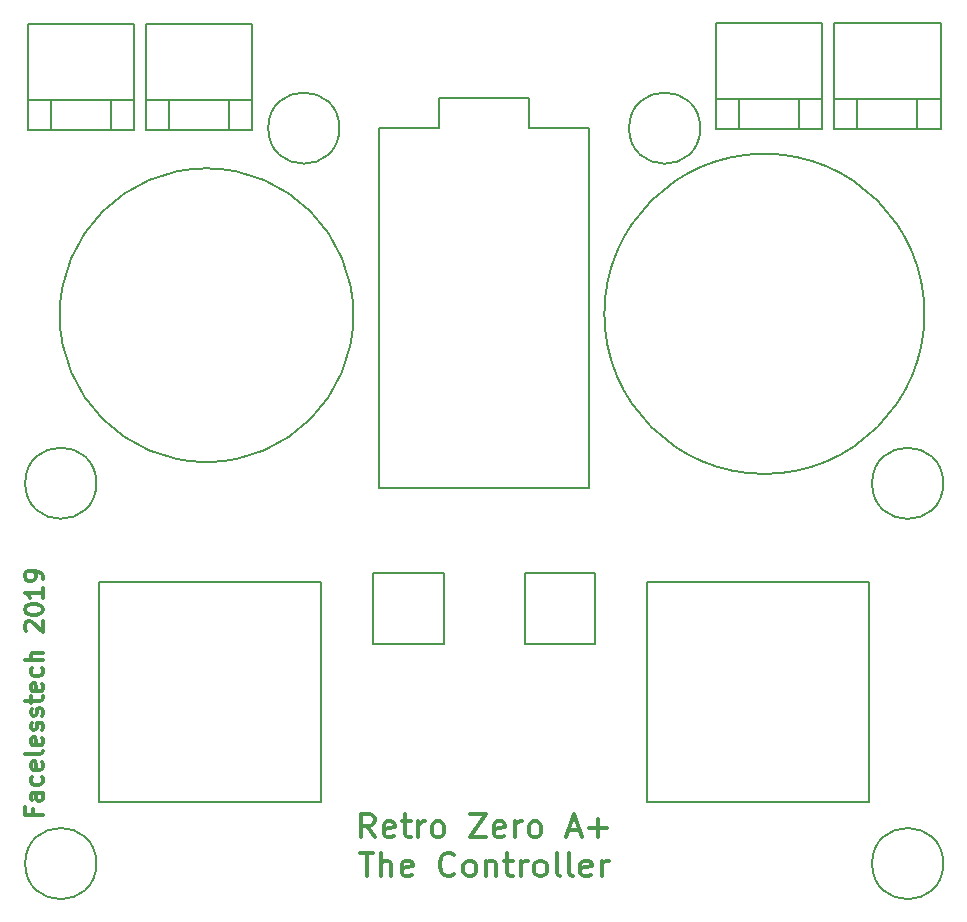
<source format=gbr>
G04 #@! TF.GenerationSoftware,KiCad,Pcbnew,5.0.2+dfsg1-1~bpo9+1*
G04 #@! TF.CreationDate,2019-08-16T14:47:34+01:00*
G04 #@! TF.ProjectId,retro_zero+a_controller,72657472-6f5f-47a6-9572-6f2b615f636f,rev?*
G04 #@! TF.SameCoordinates,Original*
G04 #@! TF.FileFunction,Legend,Top*
G04 #@! TF.FilePolarity,Positive*
%FSLAX46Y46*%
G04 Gerber Fmt 4.6, Leading zero omitted, Abs format (unit mm)*
G04 Created by KiCad (PCBNEW 5.0.2+dfsg1-1~bpo9+1) date Fri 16 Aug 2019 14:47:34 BST*
%MOMM*%
%LPD*%
G01*
G04 APERTURE LIST*
%ADD10C,0.300000*%
%ADD11C,0.200000*%
%ADD12C,0.150000*%
G04 APERTURE END LIST*
D10*
X122610290Y-122209061D02*
X123753147Y-122209061D01*
X123181719Y-124209061D02*
X123181719Y-122209061D01*
X124419814Y-124209061D02*
X124419814Y-122209061D01*
X125276957Y-124209061D02*
X125276957Y-123161442D01*
X125181719Y-122970966D01*
X124991242Y-122875728D01*
X124705528Y-122875728D01*
X124515052Y-122970966D01*
X124419814Y-123066204D01*
X126991242Y-124113823D02*
X126800766Y-124209061D01*
X126419814Y-124209061D01*
X126229338Y-124113823D01*
X126134100Y-123923347D01*
X126134100Y-123161442D01*
X126229338Y-122970966D01*
X126419814Y-122875728D01*
X126800766Y-122875728D01*
X126991242Y-122970966D01*
X127086480Y-123161442D01*
X127086480Y-123351919D01*
X126134100Y-123542395D01*
X130610290Y-124018585D02*
X130515052Y-124113823D01*
X130229338Y-124209061D01*
X130038861Y-124209061D01*
X129753147Y-124113823D01*
X129562671Y-123923347D01*
X129467433Y-123732871D01*
X129372195Y-123351919D01*
X129372195Y-123066204D01*
X129467433Y-122685252D01*
X129562671Y-122494776D01*
X129753147Y-122304300D01*
X130038861Y-122209061D01*
X130229338Y-122209061D01*
X130515052Y-122304300D01*
X130610290Y-122399538D01*
X131753147Y-124209061D02*
X131562671Y-124113823D01*
X131467433Y-124018585D01*
X131372195Y-123828109D01*
X131372195Y-123256680D01*
X131467433Y-123066204D01*
X131562671Y-122970966D01*
X131753147Y-122875728D01*
X132038861Y-122875728D01*
X132229338Y-122970966D01*
X132324576Y-123066204D01*
X132419814Y-123256680D01*
X132419814Y-123828109D01*
X132324576Y-124018585D01*
X132229338Y-124113823D01*
X132038861Y-124209061D01*
X131753147Y-124209061D01*
X133276957Y-122875728D02*
X133276957Y-124209061D01*
X133276957Y-123066204D02*
X133372195Y-122970966D01*
X133562671Y-122875728D01*
X133848385Y-122875728D01*
X134038861Y-122970966D01*
X134134100Y-123161442D01*
X134134100Y-124209061D01*
X134800766Y-122875728D02*
X135562671Y-122875728D01*
X135086480Y-122209061D02*
X135086480Y-123923347D01*
X135181719Y-124113823D01*
X135372195Y-124209061D01*
X135562671Y-124209061D01*
X136229338Y-124209061D02*
X136229338Y-122875728D01*
X136229338Y-123256680D02*
X136324576Y-123066204D01*
X136419814Y-122970966D01*
X136610290Y-122875728D01*
X136800766Y-122875728D01*
X137753147Y-124209061D02*
X137562671Y-124113823D01*
X137467433Y-124018585D01*
X137372195Y-123828109D01*
X137372195Y-123256680D01*
X137467433Y-123066204D01*
X137562671Y-122970966D01*
X137753147Y-122875728D01*
X138038861Y-122875728D01*
X138229338Y-122970966D01*
X138324576Y-123066204D01*
X138419814Y-123256680D01*
X138419814Y-123828109D01*
X138324576Y-124018585D01*
X138229338Y-124113823D01*
X138038861Y-124209061D01*
X137753147Y-124209061D01*
X139562671Y-124209061D02*
X139372195Y-124113823D01*
X139276957Y-123923347D01*
X139276957Y-122209061D01*
X140610290Y-124209061D02*
X140419814Y-124113823D01*
X140324576Y-123923347D01*
X140324576Y-122209061D01*
X142134100Y-124113823D02*
X141943623Y-124209061D01*
X141562671Y-124209061D01*
X141372195Y-124113823D01*
X141276957Y-123923347D01*
X141276957Y-123161442D01*
X141372195Y-122970966D01*
X141562671Y-122875728D01*
X141943623Y-122875728D01*
X142134100Y-122970966D01*
X142229338Y-123161442D01*
X142229338Y-123351919D01*
X141276957Y-123542395D01*
X143086480Y-124209061D02*
X143086480Y-122875728D01*
X143086480Y-123256680D02*
X143181719Y-123066204D01*
X143276957Y-122970966D01*
X143467433Y-122875728D01*
X143657909Y-122875728D01*
X123848385Y-120894361D02*
X123181719Y-119941980D01*
X122705528Y-120894361D02*
X122705528Y-118894361D01*
X123467433Y-118894361D01*
X123657909Y-118989600D01*
X123753147Y-119084838D01*
X123848385Y-119275314D01*
X123848385Y-119561028D01*
X123753147Y-119751504D01*
X123657909Y-119846742D01*
X123467433Y-119941980D01*
X122705528Y-119941980D01*
X125467433Y-120799123D02*
X125276957Y-120894361D01*
X124896004Y-120894361D01*
X124705528Y-120799123D01*
X124610290Y-120608647D01*
X124610290Y-119846742D01*
X124705528Y-119656266D01*
X124896004Y-119561028D01*
X125276957Y-119561028D01*
X125467433Y-119656266D01*
X125562671Y-119846742D01*
X125562671Y-120037219D01*
X124610290Y-120227695D01*
X126134100Y-119561028D02*
X126896004Y-119561028D01*
X126419814Y-118894361D02*
X126419814Y-120608647D01*
X126515052Y-120799123D01*
X126705528Y-120894361D01*
X126896004Y-120894361D01*
X127562671Y-120894361D02*
X127562671Y-119561028D01*
X127562671Y-119941980D02*
X127657909Y-119751504D01*
X127753147Y-119656266D01*
X127943623Y-119561028D01*
X128134100Y-119561028D01*
X129086480Y-120894361D02*
X128896004Y-120799123D01*
X128800766Y-120703885D01*
X128705528Y-120513409D01*
X128705528Y-119941980D01*
X128800766Y-119751504D01*
X128896004Y-119656266D01*
X129086480Y-119561028D01*
X129372195Y-119561028D01*
X129562671Y-119656266D01*
X129657909Y-119751504D01*
X129753147Y-119941980D01*
X129753147Y-120513409D01*
X129657909Y-120703885D01*
X129562671Y-120799123D01*
X129372195Y-120894361D01*
X129086480Y-120894361D01*
X131943623Y-118894361D02*
X133276957Y-118894361D01*
X131943623Y-120894361D01*
X133276957Y-120894361D01*
X134800766Y-120799123D02*
X134610290Y-120894361D01*
X134229338Y-120894361D01*
X134038861Y-120799123D01*
X133943623Y-120608647D01*
X133943623Y-119846742D01*
X134038861Y-119656266D01*
X134229338Y-119561028D01*
X134610290Y-119561028D01*
X134800766Y-119656266D01*
X134896004Y-119846742D01*
X134896004Y-120037219D01*
X133943623Y-120227695D01*
X135753147Y-120894361D02*
X135753147Y-119561028D01*
X135753147Y-119941980D02*
X135848385Y-119751504D01*
X135943623Y-119656266D01*
X136134100Y-119561028D01*
X136324576Y-119561028D01*
X137276957Y-120894361D02*
X137086480Y-120799123D01*
X136991242Y-120703885D01*
X136896004Y-120513409D01*
X136896004Y-119941980D01*
X136991242Y-119751504D01*
X137086480Y-119656266D01*
X137276957Y-119561028D01*
X137562671Y-119561028D01*
X137753147Y-119656266D01*
X137848385Y-119751504D01*
X137943623Y-119941980D01*
X137943623Y-120513409D01*
X137848385Y-120703885D01*
X137753147Y-120799123D01*
X137562671Y-120894361D01*
X137276957Y-120894361D01*
X140229338Y-120322933D02*
X141181719Y-120322933D01*
X140038861Y-120894361D02*
X140705528Y-118894361D01*
X141372195Y-120894361D01*
X142038861Y-120132457D02*
X143562671Y-120132457D01*
X142800766Y-120894361D02*
X142800766Y-119370552D01*
X94952357Y-118546128D02*
X94952357Y-119046128D01*
X95738071Y-119046128D02*
X94238071Y-119046128D01*
X94238071Y-118331842D01*
X95738071Y-117117557D02*
X94952357Y-117117557D01*
X94809500Y-117188985D01*
X94738071Y-117331842D01*
X94738071Y-117617557D01*
X94809500Y-117760414D01*
X95666642Y-117117557D02*
X95738071Y-117260414D01*
X95738071Y-117617557D01*
X95666642Y-117760414D01*
X95523785Y-117831842D01*
X95380928Y-117831842D01*
X95238071Y-117760414D01*
X95166642Y-117617557D01*
X95166642Y-117260414D01*
X95095214Y-117117557D01*
X95666642Y-115760414D02*
X95738071Y-115903271D01*
X95738071Y-116188985D01*
X95666642Y-116331842D01*
X95595214Y-116403271D01*
X95452357Y-116474700D01*
X95023785Y-116474700D01*
X94880928Y-116403271D01*
X94809500Y-116331842D01*
X94738071Y-116188985D01*
X94738071Y-115903271D01*
X94809500Y-115760414D01*
X95666642Y-114546128D02*
X95738071Y-114688985D01*
X95738071Y-114974700D01*
X95666642Y-115117557D01*
X95523785Y-115188985D01*
X94952357Y-115188985D01*
X94809500Y-115117557D01*
X94738071Y-114974700D01*
X94738071Y-114688985D01*
X94809500Y-114546128D01*
X94952357Y-114474700D01*
X95095214Y-114474700D01*
X95238071Y-115188985D01*
X95738071Y-113617557D02*
X95666642Y-113760414D01*
X95523785Y-113831842D01*
X94238071Y-113831842D01*
X95666642Y-112474700D02*
X95738071Y-112617557D01*
X95738071Y-112903271D01*
X95666642Y-113046128D01*
X95523785Y-113117557D01*
X94952357Y-113117557D01*
X94809500Y-113046128D01*
X94738071Y-112903271D01*
X94738071Y-112617557D01*
X94809500Y-112474700D01*
X94952357Y-112403271D01*
X95095214Y-112403271D01*
X95238071Y-113117557D01*
X95666642Y-111831842D02*
X95738071Y-111688985D01*
X95738071Y-111403271D01*
X95666642Y-111260414D01*
X95523785Y-111188985D01*
X95452357Y-111188985D01*
X95309500Y-111260414D01*
X95238071Y-111403271D01*
X95238071Y-111617557D01*
X95166642Y-111760414D01*
X95023785Y-111831842D01*
X94952357Y-111831842D01*
X94809500Y-111760414D01*
X94738071Y-111617557D01*
X94738071Y-111403271D01*
X94809500Y-111260414D01*
X95666642Y-110617557D02*
X95738071Y-110474700D01*
X95738071Y-110188985D01*
X95666642Y-110046128D01*
X95523785Y-109974700D01*
X95452357Y-109974700D01*
X95309500Y-110046128D01*
X95238071Y-110188985D01*
X95238071Y-110403271D01*
X95166642Y-110546128D01*
X95023785Y-110617557D01*
X94952357Y-110617557D01*
X94809500Y-110546128D01*
X94738071Y-110403271D01*
X94738071Y-110188985D01*
X94809500Y-110046128D01*
X94738071Y-109546128D02*
X94738071Y-108974700D01*
X94238071Y-109331842D02*
X95523785Y-109331842D01*
X95666642Y-109260414D01*
X95738071Y-109117557D01*
X95738071Y-108974700D01*
X95666642Y-107903271D02*
X95738071Y-108046128D01*
X95738071Y-108331842D01*
X95666642Y-108474700D01*
X95523785Y-108546128D01*
X94952357Y-108546128D01*
X94809500Y-108474700D01*
X94738071Y-108331842D01*
X94738071Y-108046128D01*
X94809500Y-107903271D01*
X94952357Y-107831842D01*
X95095214Y-107831842D01*
X95238071Y-108546128D01*
X95666642Y-106546128D02*
X95738071Y-106688985D01*
X95738071Y-106974700D01*
X95666642Y-107117557D01*
X95595214Y-107188985D01*
X95452357Y-107260414D01*
X95023785Y-107260414D01*
X94880928Y-107188985D01*
X94809500Y-107117557D01*
X94738071Y-106974700D01*
X94738071Y-106688985D01*
X94809500Y-106546128D01*
X95738071Y-105903271D02*
X94238071Y-105903271D01*
X95738071Y-105260414D02*
X94952357Y-105260414D01*
X94809500Y-105331842D01*
X94738071Y-105474700D01*
X94738071Y-105688985D01*
X94809500Y-105831842D01*
X94880928Y-105903271D01*
X94380928Y-103474700D02*
X94309500Y-103403271D01*
X94238071Y-103260414D01*
X94238071Y-102903271D01*
X94309500Y-102760414D01*
X94380928Y-102688985D01*
X94523785Y-102617557D01*
X94666642Y-102617557D01*
X94880928Y-102688985D01*
X95738071Y-103546128D01*
X95738071Y-102617557D01*
X94238071Y-101688985D02*
X94238071Y-101546128D01*
X94309500Y-101403271D01*
X94380928Y-101331842D01*
X94523785Y-101260414D01*
X94809500Y-101188985D01*
X95166642Y-101188985D01*
X95452357Y-101260414D01*
X95595214Y-101331842D01*
X95666642Y-101403271D01*
X95738071Y-101546128D01*
X95738071Y-101688985D01*
X95666642Y-101831842D01*
X95595214Y-101903271D01*
X95452357Y-101974700D01*
X95166642Y-102046128D01*
X94809500Y-102046128D01*
X94523785Y-101974700D01*
X94380928Y-101903271D01*
X94309500Y-101831842D01*
X94238071Y-101688985D01*
X95738071Y-99760414D02*
X95738071Y-100617557D01*
X95738071Y-100188985D02*
X94238071Y-100188985D01*
X94452357Y-100331842D01*
X94595214Y-100474700D01*
X94666642Y-100617557D01*
X95738071Y-99046128D02*
X95738071Y-98760414D01*
X95666642Y-98617557D01*
X95595214Y-98546128D01*
X95380928Y-98403271D01*
X95095214Y-98331842D01*
X94523785Y-98331842D01*
X94380928Y-98403271D01*
X94309500Y-98474700D01*
X94238071Y-98617557D01*
X94238071Y-98903271D01*
X94309500Y-99046128D01*
X94380928Y-99117557D01*
X94523785Y-99188985D01*
X94880928Y-99188985D01*
X95023785Y-99117557D01*
X95095214Y-99046128D01*
X95166642Y-98903271D01*
X95166642Y-98617557D01*
X95095214Y-98474700D01*
X95023785Y-98403271D01*
X94880928Y-98331842D01*
D11*
X170408892Y-76581000D02*
G75*
G03X170408892Y-76581000I-13551192J0D01*
G01*
D12*
X122061257Y-76695300D02*
G75*
G03X122061257Y-76695300I-12434857J0D01*
G01*
G04 #@! TO.C,U1*
X124244100Y-91313000D02*
X142024100Y-91313000D01*
X142024100Y-91313000D02*
X142024100Y-60833000D01*
X142024100Y-60833000D02*
X136944100Y-60833000D01*
X136944100Y-60833000D02*
X136944100Y-58293000D01*
X136944100Y-58293000D02*
X129324100Y-58293000D01*
X129324100Y-58293000D02*
X129324100Y-60833000D01*
X129324100Y-60833000D02*
X124244100Y-60833000D01*
X124244100Y-60833000D02*
X124244100Y-91313000D01*
G04 #@! TO.C,SW10*
X99009200Y-61036200D02*
X103517700Y-61036200D01*
X103517700Y-61036200D02*
X103517700Y-52019200D01*
X103517700Y-52019200D02*
X94500700Y-52019200D01*
X94500700Y-52019200D02*
X94500700Y-61036200D01*
X94500700Y-61036200D02*
X99009200Y-61036200D01*
X99009200Y-58496200D02*
X94500700Y-58496200D01*
X99009200Y-58496200D02*
X103517700Y-58496200D01*
X101549200Y-59766200D02*
X101549200Y-61036200D01*
X101549200Y-59766200D02*
X101549200Y-58496200D01*
X96469200Y-59766200D02*
X96469200Y-58496200D01*
X96469200Y-58496200D02*
X96469200Y-61036200D01*
G04 #@! TO.C,SW12*
X164719000Y-58432700D02*
X164719000Y-60972700D01*
X164719000Y-59702700D02*
X164719000Y-58432700D01*
X169799000Y-59702700D02*
X169799000Y-58432700D01*
X169799000Y-59702700D02*
X169799000Y-60972700D01*
X167259000Y-58432700D02*
X171767500Y-58432700D01*
X167259000Y-58432700D02*
X162750500Y-58432700D01*
X162750500Y-60972700D02*
X167259000Y-60972700D01*
X162750500Y-51955700D02*
X162750500Y-60972700D01*
X171767500Y-51955700D02*
X162750500Y-51955700D01*
X171767500Y-60972700D02*
X171767500Y-51955700D01*
X167259000Y-60972700D02*
X171767500Y-60972700D01*
G04 #@! TO.C,U2*
X151424269Y-60858400D02*
G75*
G03X151424269Y-60858400I-3012069J0D01*
G01*
G04 #@! TO.C,U3*
X171998269Y-90932000D02*
G75*
G03X171998269Y-90932000I-3012069J0D01*
G01*
G04 #@! TO.C,U4*
X120868069Y-60858400D02*
G75*
G03X120868069Y-60858400I-3012069J0D01*
G01*
G04 #@! TO.C,U5*
X100294069Y-90919300D02*
G75*
G03X100294069Y-90919300I-3012069J0D01*
G01*
G04 #@! TO.C,SW9*
X123748800Y-104533700D02*
X123748800Y-98564700D01*
X129717800Y-104533700D02*
X123748800Y-104533700D01*
X129717800Y-98564700D02*
X129717800Y-104533700D01*
X123748800Y-98564700D02*
X129717800Y-98564700D01*
G04 #@! TO.C,SW11*
X136575800Y-98564700D02*
X142544800Y-98564700D01*
X142544800Y-98564700D02*
X142544800Y-104533700D01*
X142544800Y-104533700D02*
X136575800Y-104533700D01*
X136575800Y-104533700D02*
X136575800Y-98564700D01*
G04 #@! TO.C,SW13*
X109004100Y-61048900D02*
X113512600Y-61048900D01*
X113512600Y-61048900D02*
X113512600Y-52031900D01*
X113512600Y-52031900D02*
X104495600Y-52031900D01*
X104495600Y-52031900D02*
X104495600Y-61048900D01*
X104495600Y-61048900D02*
X109004100Y-61048900D01*
X109004100Y-58508900D02*
X104495600Y-58508900D01*
X109004100Y-58508900D02*
X113512600Y-58508900D01*
X111544100Y-59778900D02*
X111544100Y-61048900D01*
X111544100Y-59778900D02*
X111544100Y-58508900D01*
X106464100Y-59778900D02*
X106464100Y-58508900D01*
X106464100Y-58508900D02*
X106464100Y-61048900D01*
G04 #@! TO.C,SW14*
X154711400Y-58432700D02*
X154711400Y-60972700D01*
X154711400Y-59702700D02*
X154711400Y-58432700D01*
X159791400Y-59702700D02*
X159791400Y-58432700D01*
X159791400Y-59702700D02*
X159791400Y-60972700D01*
X157251400Y-58432700D02*
X161759900Y-58432700D01*
X157251400Y-58432700D02*
X152742900Y-58432700D01*
X152742900Y-60972700D02*
X157251400Y-60972700D01*
X152742900Y-51955700D02*
X152742900Y-60972700D01*
X161759900Y-51955700D02*
X152742900Y-51955700D01*
X161759900Y-60972700D02*
X161759900Y-51955700D01*
X157251400Y-60972700D02*
X161759900Y-60972700D01*
G04 #@! TO.C,U6*
X119329200Y-117894100D02*
X119329200Y-99288600D01*
X100533200Y-117894100D02*
X119329200Y-117894100D01*
X100533200Y-99288600D02*
X100533200Y-117894100D01*
X119329200Y-99288600D02*
X100533200Y-99288600D01*
G04 #@! TO.C,U7*
X165735000Y-99288600D02*
X146939000Y-99288600D01*
X146939000Y-99288600D02*
X146939000Y-117894100D01*
X146939000Y-117894100D02*
X165735000Y-117894100D01*
X165735000Y-117894100D02*
X165735000Y-99288600D01*
G04 #@! TO.C,U8*
X100294069Y-123126500D02*
G75*
G03X100294069Y-123126500I-3012069J0D01*
G01*
G04 #@! TO.C,U9*
X171998269Y-123126500D02*
G75*
G03X171998269Y-123126500I-3012069J0D01*
G01*
G04 #@! TD*
M02*

</source>
